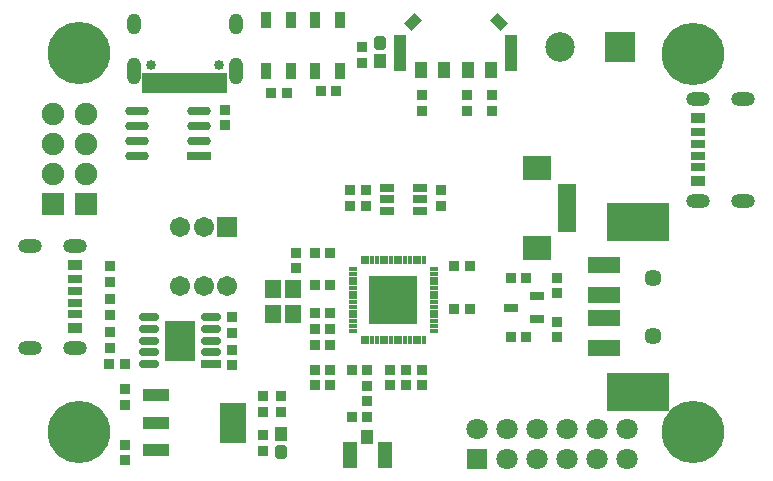
<source format=gts>
G04*
G04 #@! TF.GenerationSoftware,Altium Limited,Altium Designer,22.2.1 (43)*
G04*
G04 Layer_Color=8388736*
%FSLAX25Y25*%
%MOIN*%
G70*
G04*
G04 #@! TF.SameCoordinates,8776665F-13AD-43F5-9AD3-E0C3E71DBBC6*
G04*
G04*
G04 #@! TF.FilePolarity,Negative*
G04*
G01*
G75*
%ADD53R,0.03800X0.03800*%
%ADD54R,0.06706X0.02965*%
%ADD55O,0.06706X0.02965*%
%ADD56R,0.09855X0.13398*%
%ADD57R,0.05120X0.03550*%
%ADD58R,0.05120X0.03160*%
%ADD59R,0.16148X0.16148*%
%ADD60R,0.03018X0.01187*%
%ADD61R,0.01187X0.03018*%
%ADD62R,0.01981X0.06706*%
%ADD63R,0.10642X0.05524*%
%ADD64R,0.21076X0.12611*%
G04:AMPARAMS|DCode=65|XSize=51.24mil|YSize=35.5mil|CornerRadius=0mil|HoleSize=0mil|Usage=FLASHONLY|Rotation=315.000|XOffset=0mil|YOffset=0mil|HoleType=Round|Shape=Rectangle|*
%AMROTATEDRECTD65*
4,1,4,-0.03067,0.00557,-0.00557,0.03067,0.03067,-0.00557,0.00557,-0.03067,-0.03067,0.00557,0.0*
%
%ADD65ROTATEDRECTD65*%

G04:AMPARAMS|DCode=66|XSize=51.24mil|YSize=35.5mil|CornerRadius=0mil|HoleSize=0mil|Usage=FLASHONLY|Rotation=45.000|XOffset=0mil|YOffset=0mil|HoleType=Round|Shape=Rectangle|*
%AMROTATEDRECTD66*
4,1,4,-0.00557,-0.03067,-0.03067,-0.00557,0.00557,0.03067,0.03067,0.00557,-0.00557,-0.03067,0.0*
%
%ADD66ROTATEDRECTD66*%

%ADD67R,0.04337X0.05518*%
%ADD68R,0.03943X0.12211*%
%ADD69R,0.04337X0.04534*%
%ADD70R,0.04534X0.09061*%
%ADD71R,0.03800X0.03800*%
%ADD72R,0.05524X0.05918*%
%ADD73R,0.04300X0.04800*%
G04:AMPARAMS|DCode=74|XSize=48mil|YSize=43mil|CornerRadius=0mil|HoleSize=0mil|Usage=FLASHONLY|Rotation=270.000|XOffset=0mil|YOffset=0mil|HoleType=Round|Shape=Octagon|*
%AMOCTAGOND74*
4,1,8,-0.01075,-0.02400,0.01075,-0.02400,0.02150,-0.01325,0.02150,0.01325,0.01075,0.02400,-0.01075,0.02400,-0.02150,0.01325,-0.02150,-0.01325,-0.01075,-0.02400,0.0*
%
%ADD74OCTAGOND74*%

%ADD75R,0.07887X0.02965*%
%ADD76O,0.07887X0.02965*%
%ADD77R,0.03359X0.05524*%
%ADD78R,0.04737X0.02572*%
%ADD79R,0.05918X0.01981*%
%ADD80R,0.09461X0.07887*%
%ADD81R,0.08674X0.04147*%
%ADD82R,0.08674X0.13398*%
%ADD83C,0.06706*%
%ADD84R,0.06706X0.06706*%
%ADD85O,0.07880X0.04730*%
%ADD86R,0.07493X0.07493*%
%ADD87C,0.07493*%
%ADD88R,0.07099X0.07099*%
%ADD89C,0.07099*%
%ADD90C,0.20800*%
%ADD91C,0.03359*%
%ADD92O,0.04737X0.07099*%
%ADD93O,0.04737X0.09068*%
%ADD94C,0.05721*%
%ADD95R,0.09855X0.09855*%
%ADD96C,0.09855*%
D53*
X64600Y123359D02*
D03*
Y118241D02*
D03*
X111827Y26201D02*
D03*
Y31319D02*
D03*
X99401Y31418D02*
D03*
Y36536D02*
D03*
X83000Y27759D02*
D03*
Y22641D02*
D03*
X94342Y31418D02*
D03*
Y36536D02*
D03*
X110000Y138941D02*
D03*
Y144059D02*
D03*
X175000Y47442D02*
D03*
Y52560D02*
D03*
Y62117D02*
D03*
Y67235D02*
D03*
X136500Y91293D02*
D03*
Y96411D02*
D03*
X130000Y122941D02*
D03*
Y128059D02*
D03*
X145000Y122941D02*
D03*
Y128059D02*
D03*
X153500Y122941D02*
D03*
Y128059D02*
D03*
X119600Y31418D02*
D03*
Y36536D02*
D03*
X124883Y31418D02*
D03*
Y36536D02*
D03*
X130200Y36512D02*
D03*
Y31394D02*
D03*
X31000Y6441D02*
D03*
Y11559D02*
D03*
X31000Y30059D02*
D03*
Y24941D02*
D03*
X26000Y49059D02*
D03*
Y43941D02*
D03*
Y60059D02*
D03*
Y54941D02*
D03*
X77000Y14759D02*
D03*
Y9641D02*
D03*
X77000Y27759D02*
D03*
Y22641D02*
D03*
X66800Y54059D02*
D03*
Y48941D02*
D03*
X66833Y43259D02*
D03*
Y38141D02*
D03*
X88146Y75559D02*
D03*
Y70441D02*
D03*
X111500Y91269D02*
D03*
Y96387D02*
D03*
X106000Y96411D02*
D03*
Y91293D02*
D03*
X26000Y65941D02*
D03*
Y71059D02*
D03*
D54*
X59900Y38440D02*
D03*
D55*
Y42377D02*
D03*
Y46314D02*
D03*
Y54188D02*
D03*
Y50251D02*
D03*
X39015Y38440D02*
D03*
Y42377D02*
D03*
Y54188D02*
D03*
Y50251D02*
D03*
Y46314D02*
D03*
D56*
X49457D02*
D03*
D57*
X222020Y99370D02*
D03*
Y120630D02*
D03*
X14480Y71630D02*
D03*
Y50370D02*
D03*
D58*
X222020Y104090D02*
D03*
Y108030D02*
D03*
Y111970D02*
D03*
Y115910D02*
D03*
X14480Y66910D02*
D03*
Y62970D02*
D03*
Y59030D02*
D03*
Y55090D02*
D03*
D59*
X120563Y59916D02*
D03*
D60*
X107148Y49680D02*
D03*
Y51254D02*
D03*
Y52829D02*
D03*
Y54404D02*
D03*
Y55979D02*
D03*
Y57554D02*
D03*
Y59128D02*
D03*
Y60703D02*
D03*
Y62278D02*
D03*
Y63853D02*
D03*
Y65428D02*
D03*
Y67002D02*
D03*
Y68577D02*
D03*
Y70152D02*
D03*
X133979D02*
D03*
Y68577D02*
D03*
Y67002D02*
D03*
Y65428D02*
D03*
Y63853D02*
D03*
Y62278D02*
D03*
Y60703D02*
D03*
Y59128D02*
D03*
Y57554D02*
D03*
Y55979D02*
D03*
Y54404D02*
D03*
Y52829D02*
D03*
Y51254D02*
D03*
Y49680D02*
D03*
D61*
X110327Y73331D02*
D03*
X111902D02*
D03*
X113477D02*
D03*
X115051D02*
D03*
X116626D02*
D03*
X118201D02*
D03*
X119776D02*
D03*
X121351D02*
D03*
X122925D02*
D03*
X124500D02*
D03*
X126075D02*
D03*
X127650D02*
D03*
X129225D02*
D03*
X130799D02*
D03*
Y46500D02*
D03*
X129225D02*
D03*
X127650D02*
D03*
X126075D02*
D03*
X124500D02*
D03*
X122925D02*
D03*
X121351D02*
D03*
X119776D02*
D03*
X118201D02*
D03*
X116626D02*
D03*
X115051D02*
D03*
X113477D02*
D03*
X111902D02*
D03*
X110327D02*
D03*
D62*
X37811Y132079D02*
D03*
X38992D02*
D03*
X40961D02*
D03*
X42142D02*
D03*
X44110D02*
D03*
X46079D02*
D03*
X48047D02*
D03*
X50016D02*
D03*
X51984D02*
D03*
X53953D02*
D03*
X55921D02*
D03*
X57890D02*
D03*
X59858D02*
D03*
X61039D02*
D03*
X63008D02*
D03*
X64189D02*
D03*
D63*
X190858Y43866D02*
D03*
Y53709D02*
D03*
Y61583D02*
D03*
Y71425D02*
D03*
D64*
X202276Y29299D02*
D03*
Y85992D02*
D03*
D65*
X155926Y152486D02*
D03*
D66*
X126950Y152485D02*
D03*
D67*
X153249Y136500D02*
D03*
X129627D02*
D03*
X145374D02*
D03*
X137500D02*
D03*
D68*
X122934Y142209D02*
D03*
X159942D02*
D03*
D69*
X111827Y14083D02*
D03*
D70*
X106020Y8079D02*
D03*
X117634D02*
D03*
D71*
X106661Y21000D02*
D03*
X111779D02*
D03*
X99435Y45000D02*
D03*
X94317D02*
D03*
Y50250D02*
D03*
X99435D02*
D03*
X94317Y55500D02*
D03*
X99435D02*
D03*
X106661Y36511D02*
D03*
X111779D02*
D03*
X79941Y129000D02*
D03*
X85059D02*
D03*
X146059Y57000D02*
D03*
X140941D02*
D03*
X31059Y38500D02*
D03*
X25941D02*
D03*
X164759Y67200D02*
D03*
X159641D02*
D03*
X146059Y71100D02*
D03*
X140941D02*
D03*
X164783Y47500D02*
D03*
X159665D02*
D03*
X99459Y64800D02*
D03*
X94341D02*
D03*
Y75533D02*
D03*
X99459D02*
D03*
X96441Y129500D02*
D03*
X101559D02*
D03*
D72*
X80554Y55166D02*
D03*
Y63434D02*
D03*
X87247D02*
D03*
Y55166D02*
D03*
D73*
X83000Y15200D02*
D03*
X116000Y139500D02*
D03*
D74*
X83000Y9200D02*
D03*
X116000Y145500D02*
D03*
D75*
X55635Y107900D02*
D03*
D76*
Y112900D02*
D03*
Y117900D02*
D03*
Y122900D02*
D03*
X34965Y107900D02*
D03*
Y112900D02*
D03*
Y117900D02*
D03*
Y122900D02*
D03*
D77*
X86425Y153238D02*
D03*
Y136309D02*
D03*
X77961Y153238D02*
D03*
Y136309D02*
D03*
X102811Y153238D02*
D03*
Y136309D02*
D03*
X94347Y153238D02*
D03*
Y136309D02*
D03*
D78*
X129500Y97162D02*
D03*
Y93422D02*
D03*
Y89682D02*
D03*
X118500D02*
D03*
Y93422D02*
D03*
Y97162D02*
D03*
X168600Y53560D02*
D03*
Y61040D02*
D03*
X159671Y57300D02*
D03*
D79*
X178331Y83610D02*
D03*
Y97390D02*
D03*
Y95421D02*
D03*
Y93453D02*
D03*
Y91484D02*
D03*
Y89516D02*
D03*
Y87547D02*
D03*
Y85579D02*
D03*
D80*
X168500Y103886D02*
D03*
X168500Y77114D02*
D03*
D81*
X41500Y28055D02*
D03*
Y19000D02*
D03*
Y9945D02*
D03*
D82*
X67000Y19000D02*
D03*
D83*
X57400Y64657D02*
D03*
X65274D02*
D03*
X49526Y84342D02*
D03*
X57400D02*
D03*
X49526Y64657D02*
D03*
D84*
X65274Y84342D02*
D03*
D85*
X236980Y127010D02*
D03*
Y92990D02*
D03*
X222020Y127010D02*
D03*
Y92990D02*
D03*
X-480Y43990D02*
D03*
Y78010D02*
D03*
X14480Y43990D02*
D03*
Y78010D02*
D03*
D86*
X7000Y92000D02*
D03*
X18000D02*
D03*
D87*
X7000Y102000D02*
D03*
Y112000D02*
D03*
Y122000D02*
D03*
X18000Y102000D02*
D03*
Y112000D02*
D03*
Y122000D02*
D03*
D88*
X148500Y6900D02*
D03*
D89*
Y16900D02*
D03*
X158500Y6900D02*
D03*
Y16900D02*
D03*
X168500Y6900D02*
D03*
Y16900D02*
D03*
X178500Y6900D02*
D03*
Y16900D02*
D03*
X188500Y6900D02*
D03*
Y16900D02*
D03*
X198500Y6900D02*
D03*
Y16900D02*
D03*
D90*
X220472Y15748D02*
D03*
X15748Y142252D02*
D03*
X220472Y141732D02*
D03*
X15748Y15748D02*
D03*
D91*
X62378Y138142D02*
D03*
X39622D02*
D03*
D92*
X33972Y151921D02*
D03*
X68028D02*
D03*
D93*
X33972Y136173D02*
D03*
X68028D02*
D03*
D94*
X207000Y48000D02*
D03*
Y67291D02*
D03*
D95*
X196100Y144100D02*
D03*
D96*
X176100D02*
D03*
M02*

</source>
